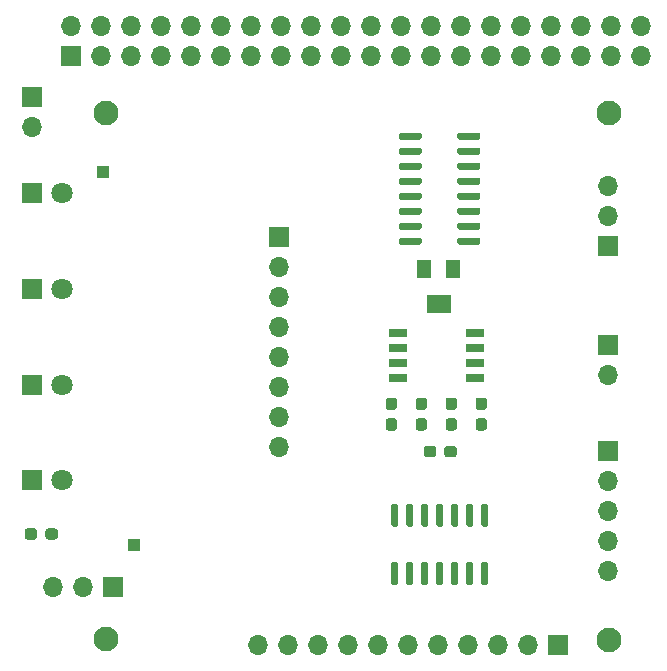
<source format=gbr>
G04 #@! TF.GenerationSoftware,KiCad,Pcbnew,(5.1.10-1-10_14)*
G04 #@! TF.CreationDate,2021-06-08T23:18:15-04:00*
G04 #@! TF.ProjectId,tr109-mainboard,74723130-392d-46d6-9169-6e626f617264,1*
G04 #@! TF.SameCoordinates,Original*
G04 #@! TF.FileFunction,Soldermask,Top*
G04 #@! TF.FilePolarity,Negative*
%FSLAX46Y46*%
G04 Gerber Fmt 4.6, Leading zero omitted, Abs format (unit mm)*
G04 Created by KiCad (PCBNEW (5.1.10-1-10_14)) date 2021-06-08 23:18:15*
%MOMM*%
%LPD*%
G01*
G04 APERTURE LIST*
%ADD10O,1.700000X1.700000*%
%ADD11R,1.700000X1.700000*%
%ADD12R,1.300000X1.600000*%
%ADD13R,2.000000X1.600000*%
%ADD14R,1.000000X1.000000*%
%ADD15C,2.100000*%
%ADD16C,1.800000*%
%ADD17R,1.800000X1.800000*%
%ADD18R,1.505000X0.802000*%
G04 APERTURE END LIST*
D10*
X116034660Y-84579400D03*
D11*
X116034660Y-82039400D03*
D10*
X135250600Y-128439400D03*
X137790600Y-128439400D03*
X140330600Y-128439400D03*
X142870600Y-128439400D03*
X145410600Y-128439400D03*
X147950600Y-128439400D03*
X150490600Y-128439400D03*
X153030600Y-128439400D03*
X155570600Y-128439400D03*
X158110600Y-128439400D03*
D11*
X160650600Y-128439400D03*
D10*
X164850600Y-122199400D03*
X164850600Y-119659400D03*
X164850600Y-117119400D03*
X164850600Y-114579400D03*
D11*
X164850600Y-112039400D03*
G36*
G01*
X152096600Y-85514400D02*
X152096600Y-85214400D01*
G75*
G02*
X152246600Y-85064400I150000J0D01*
G01*
X153896600Y-85064400D01*
G75*
G02*
X154046600Y-85214400I0J-150000D01*
G01*
X154046600Y-85514400D01*
G75*
G02*
X153896600Y-85664400I-150000J0D01*
G01*
X152246600Y-85664400D01*
G75*
G02*
X152096600Y-85514400I0J150000D01*
G01*
G37*
G36*
G01*
X152096600Y-86784400D02*
X152096600Y-86484400D01*
G75*
G02*
X152246600Y-86334400I150000J0D01*
G01*
X153896600Y-86334400D01*
G75*
G02*
X154046600Y-86484400I0J-150000D01*
G01*
X154046600Y-86784400D01*
G75*
G02*
X153896600Y-86934400I-150000J0D01*
G01*
X152246600Y-86934400D01*
G75*
G02*
X152096600Y-86784400I0J150000D01*
G01*
G37*
G36*
G01*
X152096600Y-88054400D02*
X152096600Y-87754400D01*
G75*
G02*
X152246600Y-87604400I150000J0D01*
G01*
X153896600Y-87604400D01*
G75*
G02*
X154046600Y-87754400I0J-150000D01*
G01*
X154046600Y-88054400D01*
G75*
G02*
X153896600Y-88204400I-150000J0D01*
G01*
X152246600Y-88204400D01*
G75*
G02*
X152096600Y-88054400I0J150000D01*
G01*
G37*
G36*
G01*
X152096600Y-89324400D02*
X152096600Y-89024400D01*
G75*
G02*
X152246600Y-88874400I150000J0D01*
G01*
X153896600Y-88874400D01*
G75*
G02*
X154046600Y-89024400I0J-150000D01*
G01*
X154046600Y-89324400D01*
G75*
G02*
X153896600Y-89474400I-150000J0D01*
G01*
X152246600Y-89474400D01*
G75*
G02*
X152096600Y-89324400I0J150000D01*
G01*
G37*
G36*
G01*
X152096600Y-90594400D02*
X152096600Y-90294400D01*
G75*
G02*
X152246600Y-90144400I150000J0D01*
G01*
X153896600Y-90144400D01*
G75*
G02*
X154046600Y-90294400I0J-150000D01*
G01*
X154046600Y-90594400D01*
G75*
G02*
X153896600Y-90744400I-150000J0D01*
G01*
X152246600Y-90744400D01*
G75*
G02*
X152096600Y-90594400I0J150000D01*
G01*
G37*
G36*
G01*
X152096600Y-91864400D02*
X152096600Y-91564400D01*
G75*
G02*
X152246600Y-91414400I150000J0D01*
G01*
X153896600Y-91414400D01*
G75*
G02*
X154046600Y-91564400I0J-150000D01*
G01*
X154046600Y-91864400D01*
G75*
G02*
X153896600Y-92014400I-150000J0D01*
G01*
X152246600Y-92014400D01*
G75*
G02*
X152096600Y-91864400I0J150000D01*
G01*
G37*
G36*
G01*
X152096600Y-93134400D02*
X152096600Y-92834400D01*
G75*
G02*
X152246600Y-92684400I150000J0D01*
G01*
X153896600Y-92684400D01*
G75*
G02*
X154046600Y-92834400I0J-150000D01*
G01*
X154046600Y-93134400D01*
G75*
G02*
X153896600Y-93284400I-150000J0D01*
G01*
X152246600Y-93284400D01*
G75*
G02*
X152096600Y-93134400I0J150000D01*
G01*
G37*
G36*
G01*
X152096600Y-94404400D02*
X152096600Y-94104400D01*
G75*
G02*
X152246600Y-93954400I150000J0D01*
G01*
X153896600Y-93954400D01*
G75*
G02*
X154046600Y-94104400I0J-150000D01*
G01*
X154046600Y-94404400D01*
G75*
G02*
X153896600Y-94554400I-150000J0D01*
G01*
X152246600Y-94554400D01*
G75*
G02*
X152096600Y-94404400I0J150000D01*
G01*
G37*
G36*
G01*
X147146600Y-94404400D02*
X147146600Y-94104400D01*
G75*
G02*
X147296600Y-93954400I150000J0D01*
G01*
X148946600Y-93954400D01*
G75*
G02*
X149096600Y-94104400I0J-150000D01*
G01*
X149096600Y-94404400D01*
G75*
G02*
X148946600Y-94554400I-150000J0D01*
G01*
X147296600Y-94554400D01*
G75*
G02*
X147146600Y-94404400I0J150000D01*
G01*
G37*
G36*
G01*
X147146600Y-93134400D02*
X147146600Y-92834400D01*
G75*
G02*
X147296600Y-92684400I150000J0D01*
G01*
X148946600Y-92684400D01*
G75*
G02*
X149096600Y-92834400I0J-150000D01*
G01*
X149096600Y-93134400D01*
G75*
G02*
X148946600Y-93284400I-150000J0D01*
G01*
X147296600Y-93284400D01*
G75*
G02*
X147146600Y-93134400I0J150000D01*
G01*
G37*
G36*
G01*
X147146600Y-91864400D02*
X147146600Y-91564400D01*
G75*
G02*
X147296600Y-91414400I150000J0D01*
G01*
X148946600Y-91414400D01*
G75*
G02*
X149096600Y-91564400I0J-150000D01*
G01*
X149096600Y-91864400D01*
G75*
G02*
X148946600Y-92014400I-150000J0D01*
G01*
X147296600Y-92014400D01*
G75*
G02*
X147146600Y-91864400I0J150000D01*
G01*
G37*
G36*
G01*
X147146600Y-90594400D02*
X147146600Y-90294400D01*
G75*
G02*
X147296600Y-90144400I150000J0D01*
G01*
X148946600Y-90144400D01*
G75*
G02*
X149096600Y-90294400I0J-150000D01*
G01*
X149096600Y-90594400D01*
G75*
G02*
X148946600Y-90744400I-150000J0D01*
G01*
X147296600Y-90744400D01*
G75*
G02*
X147146600Y-90594400I0J150000D01*
G01*
G37*
G36*
G01*
X147146600Y-89324400D02*
X147146600Y-89024400D01*
G75*
G02*
X147296600Y-88874400I150000J0D01*
G01*
X148946600Y-88874400D01*
G75*
G02*
X149096600Y-89024400I0J-150000D01*
G01*
X149096600Y-89324400D01*
G75*
G02*
X148946600Y-89474400I-150000J0D01*
G01*
X147296600Y-89474400D01*
G75*
G02*
X147146600Y-89324400I0J150000D01*
G01*
G37*
G36*
G01*
X147146600Y-88054400D02*
X147146600Y-87754400D01*
G75*
G02*
X147296600Y-87604400I150000J0D01*
G01*
X148946600Y-87604400D01*
G75*
G02*
X149096600Y-87754400I0J-150000D01*
G01*
X149096600Y-88054400D01*
G75*
G02*
X148946600Y-88204400I-150000J0D01*
G01*
X147296600Y-88204400D01*
G75*
G02*
X147146600Y-88054400I0J150000D01*
G01*
G37*
G36*
G01*
X147146600Y-86784400D02*
X147146600Y-86484400D01*
G75*
G02*
X147296600Y-86334400I150000J0D01*
G01*
X148946600Y-86334400D01*
G75*
G02*
X149096600Y-86484400I0J-150000D01*
G01*
X149096600Y-86784400D01*
G75*
G02*
X148946600Y-86934400I-150000J0D01*
G01*
X147296600Y-86934400D01*
G75*
G02*
X147146600Y-86784400I0J150000D01*
G01*
G37*
G36*
G01*
X147146600Y-85514400D02*
X147146600Y-85214400D01*
G75*
G02*
X147296600Y-85064400I150000J0D01*
G01*
X148946600Y-85064400D01*
G75*
G02*
X149096600Y-85214400I0J-150000D01*
G01*
X149096600Y-85514400D01*
G75*
G02*
X148946600Y-85664400I-150000J0D01*
G01*
X147296600Y-85664400D01*
G75*
G02*
X147146600Y-85514400I0J150000D01*
G01*
G37*
D10*
X164850600Y-105562400D03*
D11*
X164850600Y-103022400D03*
D12*
X149250600Y-96639400D03*
D13*
X150500600Y-99539400D03*
D12*
X151750600Y-96639400D03*
D10*
X117850600Y-123549400D03*
X120390600Y-123549400D03*
D11*
X122930600Y-123549400D03*
D14*
X122097800Y-88417400D03*
X124735701Y-119980599D03*
D15*
X164934900Y-83439000D03*
X122339100Y-83426300D03*
X164922200Y-127977900D03*
X122313700Y-127965200D03*
D10*
X167661760Y-76036860D03*
X167661760Y-78576860D03*
X165121760Y-76036860D03*
X165121760Y-78576860D03*
X162581760Y-76036860D03*
X162581760Y-78576860D03*
X160041760Y-76036860D03*
X160041760Y-78576860D03*
X157501760Y-76036860D03*
X157501760Y-78576860D03*
X154961760Y-76036860D03*
X154961760Y-78576860D03*
X152421760Y-76036860D03*
X152421760Y-78576860D03*
X149881760Y-76036860D03*
X149881760Y-78576860D03*
X147341760Y-76036860D03*
X147341760Y-78576860D03*
X144801760Y-76036860D03*
X144801760Y-78576860D03*
X142261760Y-76036860D03*
X142261760Y-78576860D03*
X139721760Y-76036860D03*
X139721760Y-78576860D03*
X137181760Y-76036860D03*
X137181760Y-78576860D03*
X134641760Y-76036860D03*
X134641760Y-78576860D03*
X132101760Y-76036860D03*
X132101760Y-78576860D03*
X129561760Y-76036860D03*
X129561760Y-78576860D03*
X127021760Y-76036860D03*
X127021760Y-78576860D03*
X124481760Y-76036860D03*
X124481760Y-78576860D03*
X121941760Y-76036860D03*
X121941760Y-78576860D03*
X119401760Y-76036860D03*
D11*
X119401760Y-78576860D03*
D10*
X164850600Y-89585800D03*
X164850600Y-92125800D03*
D11*
X164850600Y-94665800D03*
D16*
X118574660Y-114483260D03*
D17*
X116034660Y-114483260D03*
D16*
X118574660Y-106389126D03*
D17*
X116034660Y-106389126D03*
D16*
X118574660Y-98294993D03*
D17*
X116034660Y-98294993D03*
D16*
X118574660Y-90200860D03*
D17*
X116034660Y-90200860D03*
G36*
G01*
X154256600Y-121413400D02*
X154556600Y-121413400D01*
G75*
G02*
X154706600Y-121563400I0J-150000D01*
G01*
X154706600Y-123213400D01*
G75*
G02*
X154556600Y-123363400I-150000J0D01*
G01*
X154256600Y-123363400D01*
G75*
G02*
X154106600Y-123213400I0J150000D01*
G01*
X154106600Y-121563400D01*
G75*
G02*
X154256600Y-121413400I150000J0D01*
G01*
G37*
G36*
G01*
X152986600Y-121413400D02*
X153286600Y-121413400D01*
G75*
G02*
X153436600Y-121563400I0J-150000D01*
G01*
X153436600Y-123213400D01*
G75*
G02*
X153286600Y-123363400I-150000J0D01*
G01*
X152986600Y-123363400D01*
G75*
G02*
X152836600Y-123213400I0J150000D01*
G01*
X152836600Y-121563400D01*
G75*
G02*
X152986600Y-121413400I150000J0D01*
G01*
G37*
G36*
G01*
X151716600Y-121413400D02*
X152016600Y-121413400D01*
G75*
G02*
X152166600Y-121563400I0J-150000D01*
G01*
X152166600Y-123213400D01*
G75*
G02*
X152016600Y-123363400I-150000J0D01*
G01*
X151716600Y-123363400D01*
G75*
G02*
X151566600Y-123213400I0J150000D01*
G01*
X151566600Y-121563400D01*
G75*
G02*
X151716600Y-121413400I150000J0D01*
G01*
G37*
G36*
G01*
X150446600Y-121413400D02*
X150746600Y-121413400D01*
G75*
G02*
X150896600Y-121563400I0J-150000D01*
G01*
X150896600Y-123213400D01*
G75*
G02*
X150746600Y-123363400I-150000J0D01*
G01*
X150446600Y-123363400D01*
G75*
G02*
X150296600Y-123213400I0J150000D01*
G01*
X150296600Y-121563400D01*
G75*
G02*
X150446600Y-121413400I150000J0D01*
G01*
G37*
G36*
G01*
X149176600Y-121413400D02*
X149476600Y-121413400D01*
G75*
G02*
X149626600Y-121563400I0J-150000D01*
G01*
X149626600Y-123213400D01*
G75*
G02*
X149476600Y-123363400I-150000J0D01*
G01*
X149176600Y-123363400D01*
G75*
G02*
X149026600Y-123213400I0J150000D01*
G01*
X149026600Y-121563400D01*
G75*
G02*
X149176600Y-121413400I150000J0D01*
G01*
G37*
G36*
G01*
X147906600Y-121413400D02*
X148206600Y-121413400D01*
G75*
G02*
X148356600Y-121563400I0J-150000D01*
G01*
X148356600Y-123213400D01*
G75*
G02*
X148206600Y-123363400I-150000J0D01*
G01*
X147906600Y-123363400D01*
G75*
G02*
X147756600Y-123213400I0J150000D01*
G01*
X147756600Y-121563400D01*
G75*
G02*
X147906600Y-121413400I150000J0D01*
G01*
G37*
G36*
G01*
X146636600Y-121413400D02*
X146936600Y-121413400D01*
G75*
G02*
X147086600Y-121563400I0J-150000D01*
G01*
X147086600Y-123213400D01*
G75*
G02*
X146936600Y-123363400I-150000J0D01*
G01*
X146636600Y-123363400D01*
G75*
G02*
X146486600Y-123213400I0J150000D01*
G01*
X146486600Y-121563400D01*
G75*
G02*
X146636600Y-121413400I150000J0D01*
G01*
G37*
G36*
G01*
X146636600Y-116463400D02*
X146936600Y-116463400D01*
G75*
G02*
X147086600Y-116613400I0J-150000D01*
G01*
X147086600Y-118263400D01*
G75*
G02*
X146936600Y-118413400I-150000J0D01*
G01*
X146636600Y-118413400D01*
G75*
G02*
X146486600Y-118263400I0J150000D01*
G01*
X146486600Y-116613400D01*
G75*
G02*
X146636600Y-116463400I150000J0D01*
G01*
G37*
G36*
G01*
X147906600Y-116463400D02*
X148206600Y-116463400D01*
G75*
G02*
X148356600Y-116613400I0J-150000D01*
G01*
X148356600Y-118263400D01*
G75*
G02*
X148206600Y-118413400I-150000J0D01*
G01*
X147906600Y-118413400D01*
G75*
G02*
X147756600Y-118263400I0J150000D01*
G01*
X147756600Y-116613400D01*
G75*
G02*
X147906600Y-116463400I150000J0D01*
G01*
G37*
G36*
G01*
X149176600Y-116463400D02*
X149476600Y-116463400D01*
G75*
G02*
X149626600Y-116613400I0J-150000D01*
G01*
X149626600Y-118263400D01*
G75*
G02*
X149476600Y-118413400I-150000J0D01*
G01*
X149176600Y-118413400D01*
G75*
G02*
X149026600Y-118263400I0J150000D01*
G01*
X149026600Y-116613400D01*
G75*
G02*
X149176600Y-116463400I150000J0D01*
G01*
G37*
G36*
G01*
X150446600Y-116463400D02*
X150746600Y-116463400D01*
G75*
G02*
X150896600Y-116613400I0J-150000D01*
G01*
X150896600Y-118263400D01*
G75*
G02*
X150746600Y-118413400I-150000J0D01*
G01*
X150446600Y-118413400D01*
G75*
G02*
X150296600Y-118263400I0J150000D01*
G01*
X150296600Y-116613400D01*
G75*
G02*
X150446600Y-116463400I150000J0D01*
G01*
G37*
G36*
G01*
X151716600Y-116463400D02*
X152016600Y-116463400D01*
G75*
G02*
X152166600Y-116613400I0J-150000D01*
G01*
X152166600Y-118263400D01*
G75*
G02*
X152016600Y-118413400I-150000J0D01*
G01*
X151716600Y-118413400D01*
G75*
G02*
X151566600Y-118263400I0J150000D01*
G01*
X151566600Y-116613400D01*
G75*
G02*
X151716600Y-116463400I150000J0D01*
G01*
G37*
G36*
G01*
X152986600Y-116463400D02*
X153286600Y-116463400D01*
G75*
G02*
X153436600Y-116613400I0J-150000D01*
G01*
X153436600Y-118263400D01*
G75*
G02*
X153286600Y-118413400I-150000J0D01*
G01*
X152986600Y-118413400D01*
G75*
G02*
X152836600Y-118263400I0J150000D01*
G01*
X152836600Y-116613400D01*
G75*
G02*
X152986600Y-116463400I150000J0D01*
G01*
G37*
G36*
G01*
X154256600Y-116463400D02*
X154556600Y-116463400D01*
G75*
G02*
X154706600Y-116613400I0J-150000D01*
G01*
X154706600Y-118263400D01*
G75*
G02*
X154556600Y-118413400I-150000J0D01*
G01*
X154256600Y-118413400D01*
G75*
G02*
X154106600Y-118263400I0J150000D01*
G01*
X154106600Y-116613400D01*
G75*
G02*
X154256600Y-116463400I150000J0D01*
G01*
G37*
D10*
X137007600Y-111658400D03*
X137007600Y-109118400D03*
X137007600Y-106578400D03*
X137007600Y-104038400D03*
X137007600Y-101498400D03*
X137007600Y-98958400D03*
X137007600Y-96418400D03*
D11*
X137007600Y-93878400D03*
D18*
X153561600Y-102033400D03*
X147061600Y-102033400D03*
X153561600Y-103303400D03*
X147061600Y-103303400D03*
X153561600Y-104573400D03*
X147061600Y-104573400D03*
X153561600Y-105843400D03*
X147061600Y-105843400D03*
G36*
G01*
X151343266Y-109241400D02*
X151818266Y-109241400D01*
G75*
G02*
X152055766Y-109478900I0J-237500D01*
G01*
X152055766Y-110053900D01*
G75*
G02*
X151818266Y-110291400I-237500J0D01*
G01*
X151343266Y-110291400D01*
G75*
G02*
X151105766Y-110053900I0J237500D01*
G01*
X151105766Y-109478900D01*
G75*
G02*
X151343266Y-109241400I237500J0D01*
G01*
G37*
G36*
G01*
X151343266Y-107491400D02*
X151818266Y-107491400D01*
G75*
G02*
X152055766Y-107728900I0J-237500D01*
G01*
X152055766Y-108303900D01*
G75*
G02*
X151818266Y-108541400I-237500J0D01*
G01*
X151343266Y-108541400D01*
G75*
G02*
X151105766Y-108303900I0J237500D01*
G01*
X151105766Y-107728900D01*
G75*
G02*
X151343266Y-107491400I237500J0D01*
G01*
G37*
G36*
G01*
X146266600Y-109241400D02*
X146741600Y-109241400D01*
G75*
G02*
X146979100Y-109478900I0J-237500D01*
G01*
X146979100Y-110053900D01*
G75*
G02*
X146741600Y-110291400I-237500J0D01*
G01*
X146266600Y-110291400D01*
G75*
G02*
X146029100Y-110053900I0J237500D01*
G01*
X146029100Y-109478900D01*
G75*
G02*
X146266600Y-109241400I237500J0D01*
G01*
G37*
G36*
G01*
X146266600Y-107491400D02*
X146741600Y-107491400D01*
G75*
G02*
X146979100Y-107728900I0J-237500D01*
G01*
X146979100Y-108303900D01*
G75*
G02*
X146741600Y-108541400I-237500J0D01*
G01*
X146266600Y-108541400D01*
G75*
G02*
X146029100Y-108303900I0J237500D01*
G01*
X146029100Y-107728900D01*
G75*
G02*
X146266600Y-107491400I237500J0D01*
G01*
G37*
G36*
G01*
X150990600Y-112303900D02*
X150990600Y-111828900D01*
G75*
G02*
X151228100Y-111591400I237500J0D01*
G01*
X151803100Y-111591400D01*
G75*
G02*
X152040600Y-111828900I0J-237500D01*
G01*
X152040600Y-112303900D01*
G75*
G02*
X151803100Y-112541400I-237500J0D01*
G01*
X151228100Y-112541400D01*
G75*
G02*
X150990600Y-112303900I0J237500D01*
G01*
G37*
G36*
G01*
X149240600Y-112303900D02*
X149240600Y-111828900D01*
G75*
G02*
X149478100Y-111591400I237500J0D01*
G01*
X150053100Y-111591400D01*
G75*
G02*
X150290600Y-111828900I0J-237500D01*
G01*
X150290600Y-112303900D01*
G75*
G02*
X150053100Y-112541400I-237500J0D01*
G01*
X149478100Y-112541400D01*
G75*
G02*
X149240600Y-112303900I0J237500D01*
G01*
G37*
G36*
G01*
X154356600Y-108541400D02*
X153881600Y-108541400D01*
G75*
G02*
X153644100Y-108303900I0J237500D01*
G01*
X153644100Y-107728900D01*
G75*
G02*
X153881600Y-107491400I237500J0D01*
G01*
X154356600Y-107491400D01*
G75*
G02*
X154594100Y-107728900I0J-237500D01*
G01*
X154594100Y-108303900D01*
G75*
G02*
X154356600Y-108541400I-237500J0D01*
G01*
G37*
G36*
G01*
X154356600Y-110291400D02*
X153881600Y-110291400D01*
G75*
G02*
X153644100Y-110053900I0J237500D01*
G01*
X153644100Y-109478900D01*
G75*
G02*
X153881600Y-109241400I237500J0D01*
G01*
X154356600Y-109241400D01*
G75*
G02*
X154594100Y-109478900I0J-237500D01*
G01*
X154594100Y-110053900D01*
G75*
G02*
X154356600Y-110291400I-237500J0D01*
G01*
G37*
G36*
G01*
X149279933Y-108541400D02*
X148804933Y-108541400D01*
G75*
G02*
X148567433Y-108303900I0J237500D01*
G01*
X148567433Y-107728900D01*
G75*
G02*
X148804933Y-107491400I237500J0D01*
G01*
X149279933Y-107491400D01*
G75*
G02*
X149517433Y-107728900I0J-237500D01*
G01*
X149517433Y-108303900D01*
G75*
G02*
X149279933Y-108541400I-237500J0D01*
G01*
G37*
G36*
G01*
X149279933Y-110291400D02*
X148804933Y-110291400D01*
G75*
G02*
X148567433Y-110053900I0J237500D01*
G01*
X148567433Y-109478900D01*
G75*
G02*
X148804933Y-109241400I237500J0D01*
G01*
X149279933Y-109241400D01*
G75*
G02*
X149517433Y-109478900I0J-237500D01*
G01*
X149517433Y-110053900D01*
G75*
G02*
X149279933Y-110291400I-237500J0D01*
G01*
G37*
G36*
G01*
X117215400Y-119284500D02*
X117215400Y-118809500D01*
G75*
G02*
X117452900Y-118572000I237500J0D01*
G01*
X118027900Y-118572000D01*
G75*
G02*
X118265400Y-118809500I0J-237500D01*
G01*
X118265400Y-119284500D01*
G75*
G02*
X118027900Y-119522000I-237500J0D01*
G01*
X117452900Y-119522000D01*
G75*
G02*
X117215400Y-119284500I0J237500D01*
G01*
G37*
G36*
G01*
X115465400Y-119284500D02*
X115465400Y-118809500D01*
G75*
G02*
X115702900Y-118572000I237500J0D01*
G01*
X116277900Y-118572000D01*
G75*
G02*
X116515400Y-118809500I0J-237500D01*
G01*
X116515400Y-119284500D01*
G75*
G02*
X116277900Y-119522000I-237500J0D01*
G01*
X115702900Y-119522000D01*
G75*
G02*
X115465400Y-119284500I0J237500D01*
G01*
G37*
M02*

</source>
